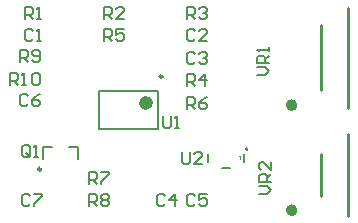
<source format=gto>
G04 Layer_Color=65535*
%FSLAX24Y24*%
%MOIN*%
G70*
G01*
G75*
%ADD17C,0.0100*%
%ADD23C,0.0197*%
%ADD24C,0.0060*%
%ADD25C,0.0236*%
%ADD26C,0.0098*%
%ADD27C,0.0079*%
%ADD28C,0.0080*%
D17*
X9200Y2690D02*
G03*
X9197Y2691I0J10D01*
G01*
X12567Y4063D02*
Y7409D01*
X11681Y4654D02*
Y6819D01*
X12567Y462D02*
Y3218D01*
X11681Y1151D02*
Y2529D01*
D23*
X10795Y4161D02*
G03*
X10795Y4161I-98J0D01*
G01*
Y659D02*
G03*
X10795Y659I-98J0D01*
G01*
D24*
X8991Y2449D02*
G03*
X8991Y2351I109J-49D01*
G01*
X7900Y2281D02*
Y2519D01*
X8367Y2055D02*
X8633D01*
X9100Y2281D02*
Y2519D01*
D25*
X5959Y4236D02*
G03*
X5959Y4236I-118J0D01*
G01*
D26*
X6394Y5112D02*
G03*
X6394Y5112I-49J0D01*
G01*
X2341Y2028D02*
G03*
X2341Y2028I-49J0D01*
G01*
D27*
X4266Y3370D02*
Y4630D01*
X6234Y3370D02*
Y4630D01*
X4266Y3370D02*
X6234D01*
X4266Y4630D02*
X6234D01*
X3276Y2776D02*
X3591D01*
Y2382D02*
Y2776D01*
X2409D02*
X2724D01*
X2409Y2382D02*
Y2776D01*
D28*
X6400Y3800D02*
Y3467D01*
X6467Y3400D01*
X6600D01*
X6667Y3467D01*
Y3800D01*
X6800Y3400D02*
X6933D01*
X6867D01*
Y3800D01*
X6800Y3733D01*
X1917Y4483D02*
X1850Y4550D01*
X1717D01*
X1650Y4483D01*
Y4217D01*
X1717Y4150D01*
X1850D01*
X1917Y4217D01*
X2316Y4550D02*
X2183Y4483D01*
X2050Y4350D01*
Y4217D01*
X2117Y4150D01*
X2250D01*
X2316Y4217D01*
Y4283D01*
X2250Y4350D01*
X2050D01*
X9600Y1199D02*
X9867D01*
X10000Y1333D01*
X9867Y1466D01*
X9600D01*
X10000Y1599D02*
X9600D01*
Y1799D01*
X9667Y1866D01*
X9800D01*
X9867Y1799D01*
Y1599D01*
Y1732D02*
X10000Y1866D01*
Y2266D02*
Y1999D01*
X9733Y2266D01*
X9667D01*
X9600Y2199D01*
Y2066D01*
X9667Y1999D01*
X2067Y6633D02*
X2000Y6700D01*
X1867D01*
X1800Y6633D01*
Y6367D01*
X1867Y6300D01*
X2000D01*
X2067Y6367D01*
X2200Y6300D02*
X2333D01*
X2267D01*
Y6700D01*
X2200Y6633D01*
X7467D02*
X7400Y6700D01*
X7267D01*
X7200Y6633D01*
Y6367D01*
X7267Y6300D01*
X7400D01*
X7467Y6367D01*
X7866Y6300D02*
X7600D01*
X7866Y6567D01*
Y6633D01*
X7800Y6700D01*
X7667D01*
X7600Y6633D01*
X7467Y5883D02*
X7400Y5950D01*
X7267D01*
X7200Y5883D01*
Y5617D01*
X7267Y5550D01*
X7400D01*
X7467Y5617D01*
X7600Y5883D02*
X7667Y5950D01*
X7800D01*
X7866Y5883D01*
Y5817D01*
X7800Y5750D01*
X7733D01*
X7800D01*
X7866Y5683D01*
Y5617D01*
X7800Y5550D01*
X7667D01*
X7600Y5617D01*
X6467Y1133D02*
X6400Y1200D01*
X6267D01*
X6200Y1133D01*
Y867D01*
X6267Y800D01*
X6400D01*
X6467Y867D01*
X6800Y800D02*
Y1200D01*
X6600Y1000D01*
X6866D01*
X1800Y7050D02*
Y7450D01*
X2000D01*
X2067Y7383D01*
Y7250D01*
X2000Y7183D01*
X1800D01*
X1933D02*
X2067Y7050D01*
X2200D02*
X2333D01*
X2267D01*
Y7450D01*
X2200Y7383D01*
X4450Y7050D02*
Y7450D01*
X4650D01*
X4717Y7383D01*
Y7250D01*
X4650Y7183D01*
X4450D01*
X4583D02*
X4717Y7050D01*
X5116D02*
X4850D01*
X5116Y7317D01*
Y7383D01*
X5050Y7450D01*
X4917D01*
X4850Y7383D01*
X7200Y7050D02*
Y7450D01*
X7400D01*
X7467Y7383D01*
Y7250D01*
X7400Y7183D01*
X7200D01*
X7333D02*
X7467Y7050D01*
X7600Y7383D02*
X7667Y7450D01*
X7800D01*
X7866Y7383D01*
Y7317D01*
X7800Y7250D01*
X7733D01*
X7800D01*
X7866Y7183D01*
Y7117D01*
X7800Y7050D01*
X7667D01*
X7600Y7117D01*
X7200Y4800D02*
Y5200D01*
X7400D01*
X7467Y5133D01*
Y5000D01*
X7400Y4933D01*
X7200D01*
X7333D02*
X7467Y4800D01*
X7800D02*
Y5200D01*
X7600Y5000D01*
X7866D01*
X4450Y6300D02*
Y6700D01*
X4650D01*
X4717Y6633D01*
Y6500D01*
X4650Y6433D01*
X4450D01*
X4583D02*
X4717Y6300D01*
X5116Y6700D02*
X4850D01*
Y6500D01*
X4983Y6567D01*
X5050D01*
X5116Y6500D01*
Y6367D01*
X5050Y6300D01*
X4917D01*
X4850Y6367D01*
X7200Y4050D02*
Y4450D01*
X7400D01*
X7467Y4383D01*
Y4250D01*
X7400Y4183D01*
X7200D01*
X7333D02*
X7467Y4050D01*
X7866Y4450D02*
X7733Y4383D01*
X7600Y4250D01*
Y4117D01*
X7667Y4050D01*
X7800D01*
X7866Y4117D01*
Y4183D01*
X7800Y4250D01*
X7600D01*
X3950Y1550D02*
Y1950D01*
X4150D01*
X4217Y1883D01*
Y1750D01*
X4150Y1683D01*
X3950D01*
X4083D02*
X4217Y1550D01*
X4350Y1950D02*
X4616D01*
Y1883D01*
X4350Y1617D01*
Y1550D01*
X3950Y800D02*
Y1200D01*
X4150D01*
X4217Y1133D01*
Y1000D01*
X4150Y933D01*
X3950D01*
X4083D02*
X4217Y800D01*
X4350Y1133D02*
X4417Y1200D01*
X4550D01*
X4616Y1133D01*
Y1067D01*
X4550Y1000D01*
X4616Y933D01*
Y867D01*
X4550Y800D01*
X4417D01*
X4350Y867D01*
Y933D01*
X4417Y1000D01*
X4350Y1067D01*
Y1133D01*
X4417Y1000D02*
X4550D01*
X1650Y5600D02*
Y6000D01*
X1850D01*
X1917Y5933D01*
Y5800D01*
X1850Y5733D01*
X1650D01*
X1783D02*
X1917Y5600D01*
X2050Y5667D02*
X2117Y5600D01*
X2250D01*
X2316Y5667D01*
Y5933D01*
X2250Y6000D01*
X2117D01*
X2050Y5933D01*
Y5867D01*
X2117Y5800D01*
X2316D01*
X1300Y4850D02*
Y5250D01*
X1500D01*
X1567Y5183D01*
Y5050D01*
X1500Y4983D01*
X1300D01*
X1433D02*
X1567Y4850D01*
X1700D02*
X1833D01*
X1767D01*
Y5250D01*
X1700Y5183D01*
X2033D02*
X2100Y5250D01*
X2233D01*
X2300Y5183D01*
Y4917D01*
X2233Y4850D01*
X2100D01*
X2033Y4917D01*
Y5183D01*
X7050Y2600D02*
Y2267D01*
X7117Y2200D01*
X7250D01*
X7317Y2267D01*
Y2600D01*
X7716Y2200D02*
X7450D01*
X7716Y2467D01*
Y2533D01*
X7650Y2600D01*
X7517D01*
X7450Y2533D01*
X7467Y1133D02*
X7400Y1200D01*
X7267D01*
X7200Y1133D01*
Y867D01*
X7267Y800D01*
X7400D01*
X7467Y867D01*
X7866Y1200D02*
X7600D01*
Y1000D01*
X7733Y1067D01*
X7800D01*
X7866Y1000D01*
Y867D01*
X7800Y800D01*
X7667D01*
X7600Y867D01*
X9550Y5152D02*
X9817D01*
X9950Y5285D01*
X9817Y5419D01*
X9550D01*
X9950Y5552D02*
X9550D01*
Y5752D01*
X9617Y5818D01*
X9750D01*
X9817Y5752D01*
Y5552D01*
Y5685D02*
X9950Y5818D01*
Y5952D02*
Y6085D01*
Y6018D01*
X9550D01*
X9617Y5952D01*
X1967Y1133D02*
X1900Y1200D01*
X1767D01*
X1700Y1133D01*
Y867D01*
X1767Y800D01*
X1900D01*
X1967Y867D01*
X2100Y1200D02*
X2366D01*
Y1133D01*
X2100Y867D01*
Y800D01*
X1967Y2517D02*
Y2783D01*
X1900Y2850D01*
X1767D01*
X1700Y2783D01*
Y2517D01*
X1767Y2450D01*
X1900D01*
X1833Y2583D02*
X1967Y2450D01*
X1900D02*
X1967Y2517D01*
X2100Y2450D02*
X2233D01*
X2167D01*
Y2850D01*
X2100Y2783D01*
M02*

</source>
